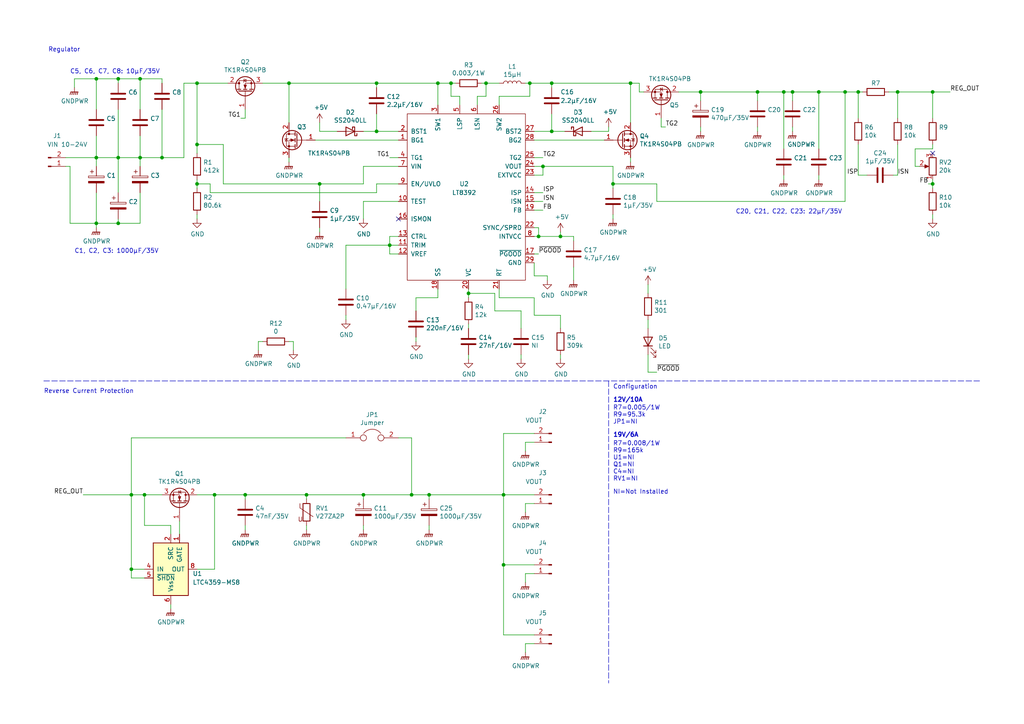
<source format=kicad_sch>
(kicad_sch (version 20211123) (generator eeschema)
  (paper "A4")
  (lib_symbols
    (symbol "Connector:Conn_01x02_Male" (pin_names (offset 1.016) hide)
      (property "Reference" "J" (at 0 2.54 0))
      (property "Value" "Conn_01x02_Male" (at 0 -5.08 0))
      (symbol "Conn_01x02_Male_1_1"
        (polyline (pts (xy 1.27 -2.54) (xy 0.8636 -2.54)) (stroke (width 0.1524)))
        (polyline (pts (xy 1.27 0) (xy 0.8636 0)) (stroke (width 0.1524)))
        (rectangle (start 0.8636 -2.413) (end 0 -2.667) (stroke (width 0.1524)) (fill (type outline)))
        (rectangle (start 0.8636 0.127) (end 0 -0.127) (stroke (width 0.1524)) (fill (type outline)))
        (pin passive line (at 5.08 0 180) (length 3.81) (name "Pin_1") (number "1"))
        (pin passive line (at 5.08 -2.54 180) (length 3.81) (name "Pin_2") (number "2"))
      )
    )
    (symbol "Device:C" (pin_numbers hide) (pin_names (offset 0.254))
      (property "Reference" "C" (at 0.635 2.54 0))
      (property "Value" "C" (at 0.635 -2.54 0))
      (symbol "C_0_1"
        (polyline (pts (xy -2.032 -0.762) (xy 2.032 -0.762)) (stroke (width 0.508)))
        (polyline (pts (xy -2.032 0.762) (xy 2.032 0.762)) (stroke (width 0.508)))
      )
      (symbol "C_1_1"
        (pin passive line (at 0 3.81 270) (length 2.794) (name "~") (number "1"))
        (pin passive line (at 0 -3.81 90) (length 2.794) (name "~") (number "2"))
      )
    )
    (symbol "Device:CP" (pin_numbers hide) (pin_names (offset 0.254))
      (property "Reference" "C" (at 0.635 2.54 0))
      (property "Value" "Device_CP" (at 0.635 -2.54 0))
      (symbol "CP_0_1"
        (rectangle (start -2.286 0.508) (end 2.286 1.016))
        (polyline (pts (xy -1.778 2.286) (xy -0.762 2.286)))
        (polyline (pts (xy -1.27 2.794) (xy -1.27 1.778)))
        (rectangle (start 2.286 -0.508) (end -2.286 -1.016) (fill (type outline)))
      )
      (symbol "CP_1_1"
        (pin passive line (at 0 3.81 270) (length 2.794) (name "~") (number "1"))
        (pin passive line (at 0 -3.81 90) (length 2.794) (name "~") (number "2"))
      )
    )
    (symbol "Device:D_Schottky" (pin_numbers hide) (pin_names (offset 1.016) hide)
      (property "Reference" "D" (at 0 2.54 0))
      (property "Value" "D_Schottky" (at 0 -2.54 0))
      (symbol "D_Schottky_0_1"
        (polyline (pts (xy 1.27 0) (xy -1.27 0)))
        (polyline (pts (xy 1.27 1.27) (xy 1.27 -1.27) (xy -1.27 0) (xy 1.27 1.27)) (stroke (width 0.254)))
        (polyline (pts (xy -1.905 0.635) (xy -1.905 1.27) (xy -1.27 1.27) (xy -1.27 -1.27) (xy -0.635 -1.27) (xy -0.635 -0.635)) (stroke (width 0.254)))
      )
      (symbol "D_Schottky_1_1"
        (pin passive line (at -3.81 0 0) (length 2.54) (name "K") (number "1"))
        (pin passive line (at 3.81 0 180) (length 2.54) (name "A") (number "2"))
      )
    )
    (symbol "Device:Jumper" (pin_names (offset 0.762) hide)
      (property "Reference" "JP" (at 0 3.81 0))
      (property "Value" "Device_Jumper" (at 0 -2.032 0))
      (symbol "Jumper_0_1"
        (circle (center -2.54 0) (radius 0.889))
        (arc (start 2.5146 1.27) (mid 0.0078 2.5097) (end -2.4892 1.27))
        (circle (center 2.54 0) (radius 0.889))
        (pin passive line (at -7.62 0 0) (length 4.191) (name "1") (number "1"))
        (pin passive line (at 7.62 0 180) (length 4.191) (name "2") (number "2"))
      )
    )
    (symbol "Device:L" (pin_numbers hide) (pin_names (offset 1.016) hide)
      (property "Reference" "L" (at -1.27 0 90))
      (property "Value" "L" (at 1.905 0 90))
      (symbol "L_0_1"
        (arc (start 0 -2.54) (mid 0.635 -1.905) (end 0 -1.27))
        (arc (start 0 -1.27) (mid 0.635 -0.635) (end 0 0))
        (arc (start 0 0) (mid 0.635 0.635) (end 0 1.27))
        (arc (start 0 1.27) (mid 0.635 1.905) (end 0 2.54))
      )
      (symbol "L_1_1"
        (pin passive line (at 0 3.81 270) (length 1.27) (name "1") (number "1"))
        (pin passive line (at 0 -3.81 90) (length 1.27) (name "2") (number "2"))
      )
    )
    (symbol "Device:LED" (pin_numbers hide) (pin_names (offset 1.016) hide)
      (property "Reference" "D" (at 0 2.54 0))
      (property "Value" "LED" (at 0 -2.54 0))
      (symbol "LED_0_1"
        (polyline (pts (xy -1.27 -1.27) (xy -1.27 1.27)) (stroke (width 0.254)))
        (polyline (pts (xy -1.27 0) (xy 1.27 0)))
        (polyline (pts (xy 1.27 -1.27) (xy 1.27 1.27) (xy -1.27 0) (xy 1.27 -1.27)) (stroke (width 0.254)))
        (polyline (pts (xy -3.048 -0.762) (xy -4.572 -2.286) (xy -3.81 -2.286) (xy -4.572 -2.286) (xy -4.572 -1.524)))
        (polyline (pts (xy -1.778 -0.762) (xy -3.302 -2.286) (xy -2.54 -2.286) (xy -3.302 -2.286) (xy -3.302 -1.524)))
      )
      (symbol "LED_1_1"
        (pin passive line (at -3.81 0 0) (length 2.54) (name "K") (number "1"))
        (pin passive line (at 3.81 0 180) (length 2.54) (name "A") (number "2"))
      )
    )
    (symbol "Device:Q_NMOS_GDS" (pin_names (offset 0) hide)
      (property "Reference" "Q" (at 5.08 1.27 0))
      (property "Value" "Q_NMOS_GDS" (at 5.08 -1.27 0))
      (symbol "Q_NMOS_GDS_0_1"
        (polyline (pts (xy 0.254 0) (xy -2.54 0)))
        (polyline (pts (xy 0.254 1.905) (xy 0.254 -1.905)) (stroke (width 0.254)))
        (polyline (pts (xy 0.762 -1.27) (xy 0.762 -2.286)) (stroke (width 0.254)))
        (polyline (pts (xy 0.762 0.508) (xy 0.762 -0.508)) (stroke (width 0.254)))
        (polyline (pts (xy 0.762 2.286) (xy 0.762 1.27)) (stroke (width 0.254)))
        (polyline (pts (xy 2.54 2.54) (xy 2.54 1.778)))
        (polyline (pts (xy 2.54 -2.54) (xy 2.54 0) (xy 0.762 0)))
        (polyline (pts (xy 0.762 -1.778) (xy 3.302 -1.778) (xy 3.302 1.778) (xy 0.762 1.778)))
        (polyline (pts (xy 1.016 0) (xy 2.032 0.381) (xy 2.032 -0.381) (xy 1.016 0)) (fill (type outline)))
        (polyline (pts (xy 2.794 0.508) (xy 2.921 0.381) (xy 3.683 0.381) (xy 3.81 0.254)))
        (polyline (pts (xy 3.302 0.381) (xy 2.921 -0.254) (xy 3.683 -0.254) (xy 3.302 0.381)))
        (circle (center 1.651 0) (radius 2.794) (stroke (width 0.254)))
        (circle (center 2.54 -1.778) (radius 0.254) (fill (type outline)))
        (circle (center 2.54 1.778) (radius 0.254) (fill (type outline)))
      )
      (symbol "Q_NMOS_GDS_1_1"
        (pin input line (at -5.08 0 0) (length 2.54) (name "G") (number "1"))
        (pin passive line (at 2.54 5.08 270) (length 2.54) (name "D") (number "2"))
        (pin passive line (at 2.54 -5.08 90) (length 2.54) (name "S") (number "3"))
      )
    )
    (symbol "Device:R" (pin_numbers hide) (pin_names (offset 0))
      (property "Reference" "R" (at 2.032 0 90))
      (property "Value" "R" (at 0 0 90))
      (symbol "R_0_1"
        (rectangle (start -1.016 -2.54) (end 1.016 2.54) (stroke (width 0.254)))
      )
      (symbol "R_1_1"
        (pin passive line (at 0 3.81 270) (length 1.27) (name "~") (number "1"))
        (pin passive line (at 0 -3.81 90) (length 1.27) (name "~") (number "2"))
      )
    )
    (symbol "Device:R_POT" (pin_names (offset 1.016) hide)
      (property "Reference" "RV" (at -4.445 0 90))
      (property "Value" "Device_R_POT" (at -2.54 0 90))
      (symbol "R_POT_0_1"
        (polyline (pts (xy 2.54 0) (xy 1.524 0)))
        (polyline (pts (xy 1.143 0) (xy 2.286 0.508) (xy 2.286 -0.508) (xy 1.143 0)) (fill (type outline)))
        (rectangle (start 1.016 2.54) (end -1.016 -2.54) (stroke (width 0.254)))
      )
      (symbol "R_POT_1_1"
        (pin passive line (at 0 3.81 270) (length 1.27) (name "1") (number "1"))
        (pin passive line (at 3.81 0 180) (length 1.27) (name "2") (number "2"))
        (pin passive line (at 0 -3.81 90) (length 1.27) (name "3") (number "3"))
      )
    )
    (symbol "Device:Varistor" (pin_numbers hide) (pin_names (offset 0))
      (property "Reference" "RV" (at 3.175 0 90))
      (property "Value" "Varistor" (at -3.175 0 90))
      (symbol "Varistor_0_0"
        (text "U" (at -1.778 -2.032 0) (effects (font (size 1.27 1.27))))
      )
      (symbol "Varistor_0_1"
        (rectangle (start -1.016 -2.54) (end 1.016 2.54) (stroke (width 0.254)))
        (polyline (pts (xy -1.905 2.54) (xy -1.905 1.27) (xy 1.905 -1.27)))
      )
      (symbol "Varistor_1_1"
        (pin passive line (at 0 3.81 270) (length 1.27) (name "~") (number "1"))
        (pin passive line (at 0 -3.81 90) (length 1.27) (name "~") (number "2"))
      )
    )
    (symbol "Power_Management:LTC4359-MS8" (pin_names (offset 1.016))
      (property "Reference" "U" (at -5.08 8.89 0))
      (property "Value" "LTC4359-MS8" (at 6.35 -6.35 0))
      (symbol "LTC4359-MS8_0_1"
        (rectangle (start -5.08 7.62) (end 5.08 -7.62) (stroke (width 0.254)) (fill (type background)))
      )
      (symbol "LTC4359-MS8_1_1"
        (pin output line (at 2.54 10.16 270) (length 2.54) (name "GATE") (number "1"))
        (pin input line (at 0 10.16 270) (length 2.54) (name "SRC") (number "2"))
        (pin no_connect line (at -2.54 -10.16 90) (length 2.54) hide (name "NC") (number "3"))
        (pin power_in line (at -7.62 0 0) (length 2.54) (name "IN") (number "4"))
        (pin input line (at -7.62 -2.54 0) (length 2.54) (name "~{SHDN}") (number "5"))
        (pin power_in line (at 0 -10.16 90) (length 2.54) (name "Vss") (number "6"))
        (pin no_connect line (at 2.54 -10.16 90) (length 2.54) hide (name "NC") (number "7"))
        (pin input line (at 7.62 0 180) (length 2.54) (name "OUT") (number "8"))
      )
    )
    (symbol "power:+5V" (power) (pin_names (offset 0))
      (property "Value" "+5V" (at 0 3.556 0))
      (symbol "+5V_0_1"
        (polyline (pts (xy -0.762 1.27) (xy 0 2.54)))
        (polyline (pts (xy 0 0) (xy 0 2.54)))
        (polyline (pts (xy 0 2.54) (xy 0.762 1.27)))
      )
      (symbol "+5V_1_1"
        (pin power_in line (at 0 0 90) (length 0) hide (name "+5V") (number "1"))
      )
    )
    (symbol "power:GND" (power) (pin_names (offset 0))
      (property "Value" "GND" (at 0 -3.81 0))
      (symbol "GND_0_1"
        (polyline (pts (xy 0 0) (xy 0 -1.27) (xy 1.27 -1.27) (xy 0 -2.54) (xy -1.27 -1.27) (xy 0 -1.27)))
      )
      (symbol "GND_1_1"
        (pin power_in line (at 0 0 270) (length 0) hide (name "GND") (number "1"))
      )
    )
    (symbol "power:GNDPWR" (power) (pin_names (offset 0))
      (property "Value" "GNDPWR" (at 0 -3.302 0))
      (symbol "GNDPWR_0_1"
        (polyline (pts (xy 0 -1.27) (xy 0 0)))
        (polyline (pts (xy -1.016 -1.27) (xy -1.27 -2.032) (xy -1.27 -2.032)) (stroke (width 0.2032)))
        (polyline (pts (xy -0.508 -1.27) (xy -0.762 -2.032) (xy -0.762 -2.032)) (stroke (width 0.2032)))
        (polyline (pts (xy 0 -1.27) (xy -0.254 -2.032) (xy -0.254 -2.032)) (stroke (width 0.2032)))
        (polyline (pts (xy 0.508 -1.27) (xy 0.254 -2.032) (xy 0.254 -2.032)) (stroke (width 0.2032)))
        (polyline (pts (xy 1.016 -1.27) (xy -1.016 -1.27) (xy -1.016 -1.27)) (stroke (width 0.2032)))
        (polyline (pts (xy 1.016 -1.27) (xy 0.762 -2.032) (xy 0.762 -2.032) (xy 0.762 -2.032)) (stroke (width 0.2032)))
      )
      (symbol "GNDPWR_1_1"
        (pin power_in line (at 0 0 270) (length 0) hide (name "GNDPWR") (number "1"))
      )
    )
    (symbol "t-top:LT8392" (pin_names (offset 1.016))
      (property "Reference" "U" (at 0 -7.62 0))
      (property "Value" "LT8392" (at 0 -10.16 0))
      (symbol "LT8392_0_1"
        (rectangle (start -17.78 0) (end 16.51 -48.26))
      )
      (symbol "LT8392_1_1"
        (pin output line (at -20.32 -7.62 0) (length 2.54) (name "BG1") (number "1"))
        (pin input line (at -20.32 -25.4 0) (length 2.54) (name "TEST") (number "10"))
        (pin input line (at -20.32 -38.1 0) (length 2.54) (name "TRIM") (number "11"))
        (pin output line (at -20.32 -40.64 0) (length 2.54) (name "VREF") (number "12"))
        (pin input line (at -20.32 -35.56 0) (length 2.54) (name "CTRL") (number "13"))
        (pin input line (at 19.05 -22.86 180) (length 2.54) (name "ISP") (number "14"))
        (pin input line (at 19.05 -25.4 180) (length 2.54) (name "ISN") (number "15"))
        (pin output line (at -20.32 -30.48 0) (length 2.54) (name "ISMON") (number "16"))
        (pin output line (at 19.05 -40.64 180) (length 2.54) (name "~{PGOOD}") (number "17"))
        (pin passive line (at -8.89 -50.8 90) (length 2.54) (name "SS") (number "18"))
        (pin input line (at 19.05 -27.94 180) (length 2.54) (name "FB") (number "19"))
        (pin passive line (at -20.32 -5.08 0) (length 2.54) (name "BST1") (number "2"))
        (pin output line (at 0 -50.8 90) (length 2.54) (name "VC") (number "20"))
        (pin passive line (at 8.89 -50.8 90) (length 2.54) (name "RT") (number "21"))
        (pin passive line (at 19.05 -33.02 180) (length 2.54) (name "SYNC/SPRD") (number "22"))
        (pin power_in line (at 19.05 -17.78 180) (length 2.54) (name "EXTVCC") (number "23"))
        (pin passive line (at 19.05 -15.24 180) (length 2.54) (name "VOUT") (number "24"))
        (pin output line (at 19.05 -12.7 180) (length 2.54) (name "TG2") (number "25"))
        (pin passive line (at 8.89 2.54 270) (length 2.54) (name "SW2") (number "26"))
        (pin passive line (at 19.05 -5.08 180) (length 2.54) (name "BST2") (number "27"))
        (pin output line (at 19.05 -7.62 180) (length 2.54) (name "BG2") (number "28"))
        (pin power_in line (at 19.05 -43.18 180) (length 2.54) (name "GND") (number "29"))
        (pin passive line (at -8.89 2.54 270) (length 2.54) (name "SW1") (number "3"))
        (pin output line (at -20.32 -12.7 0) (length 2.54) (name "TG1") (number "4"))
        (pin input line (at -2.54 2.54 270) (length 2.54) (name "LSP") (number "5"))
        (pin input line (at 2.54 2.54 270) (length 2.54) (name "LSN") (number "6"))
        (pin power_in line (at -20.32 -15.24 0) (length 2.54) (name "VIN") (number "7"))
        (pin power_out line (at 19.05 -35.56 180) (length 2.54) (name "INTVCC") (number "8"))
        (pin input line (at -20.32 -20.32 0) (length 2.54) (name "EN/UVLO") (number "9"))
      )
    )
  )
  (junction (at 182.88 24.13))
  (junction (at 157.48 48.26))
  (junction (at 229.87 26.67))
  (junction (at 245.11 26.67))
  (junction (at 146.05 143.51))
  (junction (at 270.51 53.34))
  (junction (at 27.94 64.77))
  (junction (at 83.82 24.13))
  (junction (at 160.02 38.1))
  (junction (at 270.51 26.67))
  (junction (at 135.89 85.09))
  (junction (at 57.15 24.13))
  (junction (at 177.8 53.34))
  (junction (at 248.92 26.67))
  (junction (at 71.12 143.51))
  (junction (at 57.15 41.91))
  (junction (at 88.9 143.51))
  (junction (at 34.29 64.77))
  (junction (at 237.49 26.67))
  (junction (at 92.71 53.34))
  (junction (at 227.33 26.67))
  (junction (at 162.56 68.58))
  (junction (at 119.38 143.51))
  (junction (at 40.64 22.86))
  (junction (at 41.91 143.51))
  (junction (at 46.99 45.72))
  (junction (at 113.03 71.12))
  (junction (at 203.2 26.67))
  (junction (at 130.81 24.13))
  (junction (at 153.67 24.13))
  (junction (at 140.97 24.13))
  (junction (at 109.22 24.13))
  (junction (at 34.29 45.72))
  (junction (at 38.1 165.1))
  (junction (at 127 24.13))
  (junction (at 34.29 22.86))
  (junction (at 62.23 143.51))
  (junction (at 156.21 68.58))
  (junction (at 105.41 143.51))
  (junction (at 27.94 22.86))
  (junction (at 27.94 45.72))
  (junction (at 109.22 38.1))
  (junction (at 38.1 143.51))
  (junction (at 124.46 143.51))
  (junction (at 260.35 26.67))
  (junction (at 146.05 163.83))
  (junction (at 160.02 24.13))
  (junction (at 219.71 26.67))
  (junction (at 57.15 53.34))
  (junction (at 40.64 45.72))
  (no_connect (at 270.51 44.45))
  (no_connect (at 115.57 63.5))
  (wire (pts (xy 187.96 92.71) (xy 187.96 95.25)))
  (wire (pts (xy 260.35 26.67) (xy 270.51 26.67)))
  (wire (pts (xy 132.08 24.13) (xy 130.81 24.13)))
  (wire (pts (xy 157.48 50.8) (xy 157.48 48.26)))
  (wire (pts (xy 34.29 22.86) (xy 27.94 22.86)))
  (wire (pts (xy 135.89 102.87) (xy 135.89 104.14)))
  (wire (pts (xy 109.22 53.34) (xy 115.57 53.34)))
  (wire (pts (xy 38.1 165.1) (xy 38.1 143.51)))
  (wire (pts (xy 34.29 45.72) (xy 34.29 55.88)))
  (wire (pts (xy 176.53 36.83) (xy 176.53 38.1)))
  (wire (pts (xy 154.94 166.37) (xy 152.4 166.37)))
  (wire (pts (xy 27.94 48.26) (xy 27.94 45.72)))
  (wire (pts (xy 115.57 38.1) (xy 109.22 38.1)))
  (wire (pts (xy 182.88 35.56) (xy 182.88 24.13)))
  (wire (pts (xy 100.33 71.12) (xy 113.03 71.12)))
  (wire (pts (xy 270.51 43.18) (xy 270.51 41.91)))
  (wire (pts (xy 177.8 48.26) (xy 177.8 53.34)))
  (wire (pts (xy 151.13 102.87) (xy 151.13 104.14)))
  (wire (pts (xy 120.65 86.36) (xy 120.65 90.17)))
  (wire (pts (xy 52.07 154.94) (xy 52.07 151.13)))
  (wire (pts (xy 166.37 68.58) (xy 162.56 68.58)))
  (wire (pts (xy 191.77 36.83) (xy 193.04 36.83)))
  (wire (pts (xy 130.81 24.13) (xy 130.81 27.94)))
  (wire (pts (xy 19.05 45.72) (xy 27.94 45.72)))
  (wire (pts (xy 135.89 93.98) (xy 135.89 95.25)))
  (wire (pts (xy 124.46 144.78) (xy 124.46 143.51)))
  (wire (pts (xy 46.99 45.72) (xy 53.34 45.72)))
  (wire (pts (xy 34.29 31.75) (xy 34.29 45.72)))
  (wire (pts (xy 160.02 38.1) (xy 163.83 38.1)))
  (wire (pts (xy 143.51 90.17) (xy 151.13 90.17)))
  (wire (pts (xy 146.05 184.15) (xy 146.05 163.83)))
  (wire (pts (xy 120.65 86.36) (xy 127 86.36)))
  (wire (pts (xy 229.87 36.83) (xy 229.87 38.1)))
  (wire (pts (xy 57.15 41.91) (xy 64.77 41.91)))
  (wire (pts (xy 191.77 34.29) (xy 191.77 36.83)))
  (wire (pts (xy 40.64 45.72) (xy 46.99 45.72)))
  (wire (pts (xy 154.94 146.05) (xy 152.4 146.05)))
  (wire (pts (xy 153.67 24.13) (xy 152.4 24.13)))
  (wire (pts (xy 49.53 176.53) (xy 49.53 175.26)))
  (wire (pts (xy 105.41 143.51) (xy 119.38 143.51)))
  (wire (pts (xy 64.77 53.34) (xy 92.71 53.34)))
  (wire (pts (xy 245.11 26.67) (xy 248.92 26.67)))
  (wire (pts (xy 248.92 34.29) (xy 248.92 26.67)))
  (wire (pts (xy 140.97 24.13) (xy 139.7 24.13)))
  (wire (pts (xy 154.94 128.27) (xy 152.4 128.27)))
  (wire (pts (xy 177.8 53.34) (xy 190.5 53.34)))
  (wire (pts (xy 260.35 41.91) (xy 260.35 50.8)))
  (wire (pts (xy 127 83.82) (xy 127 86.36)))
  (wire (pts (xy 154.94 50.8) (xy 157.48 50.8)))
  (wire (pts (xy 113.03 71.12) (xy 113.03 73.66)))
  (wire (pts (xy 57.15 53.34) (xy 57.15 54.61)))
  (wire (pts (xy 60.96 53.34) (xy 60.96 55.88)))
  (wire (pts (xy 219.71 26.67) (xy 227.33 26.67)))
  (wire (pts (xy 190.5 107.95) (xy 187.96 107.95)))
  (wire (pts (xy 60.96 55.88) (xy 109.22 55.88)))
  (wire (pts (xy 38.1 165.1) (xy 41.91 165.1)))
  (wire (pts (xy 85.09 99.06) (xy 83.82 99.06)))
  (wire (pts (xy 85.09 101.6) (xy 85.09 99.06)))
  (wire (pts (xy 160.02 24.13) (xy 160.02 25.4)))
  (wire (pts (xy 40.64 64.77) (xy 40.64 55.88)))
  (wire (pts (xy 88.9 143.51) (xy 105.41 143.51)))
  (wire (pts (xy 156.21 68.58) (xy 154.94 68.58)))
  (wire (pts (xy 113.03 68.58) (xy 113.03 71.12)))
  (wire (pts (xy 270.51 52.07) (xy 270.51 53.34)))
  (wire (pts (xy 20.32 64.77) (xy 27.94 64.77)))
  (wire (pts (xy 270.51 62.23) (xy 270.51 63.5)))
  (wire (pts (xy 71.12 144.78) (xy 71.12 143.51)))
  (wire (pts (xy 40.64 45.72) (xy 40.64 48.26)))
  (wire (pts (xy 144.78 30.48) (xy 144.78 27.94)))
  (wire (pts (xy 38.1 143.51) (xy 24.13 143.51)))
  (wire (pts (xy 20.32 48.26) (xy 20.32 64.77)))
  (wire (pts (xy 162.56 91.44) (xy 162.56 95.25)))
  (wire (pts (xy 160.02 33.02) (xy 160.02 38.1)))
  (wire (pts (xy 27.94 22.86) (xy 21.59 22.86)))
  (wire (pts (xy 109.22 55.88) (xy 109.22 53.34)))
  (wire (pts (xy 154.94 86.36) (xy 154.94 91.44)))
  (polyline (pts (xy 12.7 110.49) (xy 284.48 110.49)))
  (wire (pts (xy 40.64 22.86) (xy 34.29 22.86)))
  (wire (pts (xy 38.1 127) (xy 100.33 127)))
  (wire (pts (xy 270.51 34.29) (xy 270.51 26.67)))
  (wire (pts (xy 138.43 30.48) (xy 138.43 27.94)))
  (wire (pts (xy 270.51 26.67) (xy 275.59 26.67)))
  (wire (pts (xy 41.91 152.4) (xy 41.91 143.51)))
  (wire (pts (xy 115.57 71.12) (xy 113.03 71.12)))
  (wire (pts (xy 265.43 43.18) (xy 270.51 43.18)))
  (wire (pts (xy 92.71 58.42) (xy 92.71 53.34)))
  (wire (pts (xy 92.71 35.56) (xy 92.71 38.1)))
  (wire (pts (xy 105.41 53.34) (xy 105.41 48.26)))
  (wire (pts (xy 144.78 24.13) (xy 140.97 24.13)))
  (wire (pts (xy 229.87 29.21) (xy 229.87 26.67)))
  (wire (pts (xy 71.12 34.29) (xy 69.85 34.29)))
  (wire (pts (xy 53.34 45.72) (xy 53.34 24.13)))
  (wire (pts (xy 245.11 58.42) (xy 245.11 26.67)))
  (wire (pts (xy 257.81 26.67) (xy 260.35 26.67)))
  (wire (pts (xy 185.42 24.13) (xy 185.42 26.67)))
  (wire (pts (xy 57.15 165.1) (xy 62.23 165.1)))
  (wire (pts (xy 144.78 86.36) (xy 154.94 86.36)))
  (wire (pts (xy 153.67 24.13) (xy 160.02 24.13)))
  (wire (pts (xy 100.33 71.12) (xy 100.33 83.82)))
  (wire (pts (xy 109.22 24.13) (xy 83.82 24.13)))
  (wire (pts (xy 227.33 26.67) (xy 227.33 43.18)))
  (wire (pts (xy 115.57 68.58) (xy 113.03 68.58)))
  (wire (pts (xy 109.22 24.13) (xy 127 24.13)))
  (wire (pts (xy 27.94 66.04) (xy 27.94 64.77)))
  (wire (pts (xy 91.44 40.64) (xy 115.57 40.64)))
  (wire (pts (xy 74.93 99.06) (xy 74.93 101.6)))
  (wire (pts (xy 237.49 26.67) (xy 245.11 26.67)))
  (wire (pts (xy 38.1 167.64) (xy 38.1 165.1)))
  (wire (pts (xy 41.91 143.51) (xy 46.99 143.51)))
  (wire (pts (xy 237.49 26.67) (xy 237.49 43.18)))
  (wire (pts (xy 27.94 64.77) (xy 34.29 64.77)))
  (wire (pts (xy 185.42 24.13) (xy 182.88 24.13)))
  (wire (pts (xy 27.94 55.88) (xy 27.94 64.77)))
  (wire (pts (xy 175.26 40.64) (xy 154.94 40.64)))
  (wire (pts (xy 53.34 24.13) (xy 57.15 24.13)))
  (wire (pts (xy 227.33 26.67) (xy 229.87 26.67)))
  (wire (pts (xy 143.51 85.09) (xy 143.51 90.17)))
  (wire (pts (xy 187.96 85.09) (xy 187.96 82.55)))
  (wire (pts (xy 270.51 53.34) (xy 269.24 53.34)))
  (wire (pts (xy 57.15 63.5) (xy 57.15 62.23)))
  (wire (pts (xy 229.87 26.67) (xy 237.49 26.67)))
  (wire (pts (xy 124.46 143.51) (xy 146.05 143.51)))
  (wire (pts (xy 146.05 163.83) (xy 146.05 143.51)))
  (wire (pts (xy 49.53 152.4) (xy 41.91 152.4)))
  (wire (pts (xy 160.02 38.1) (xy 154.94 38.1)))
  (wire (pts (xy 34.29 64.77) (xy 40.64 64.77)))
  (wire (pts (xy 40.64 39.37) (xy 40.64 45.72)))
  (wire (pts (xy 57.15 24.13) (xy 66.04 24.13)))
  (wire (pts (xy 154.94 76.2) (xy 154.94 80.01)))
  (wire (pts (xy 20.32 48.26) (xy 19.05 48.26)))
  (wire (pts (xy 88.9 153.67) (xy 88.9 152.4)))
  (wire (pts (xy 250.19 26.67) (xy 248.92 26.67)))
  (wire (pts (xy 185.42 26.67) (xy 186.69 26.67)))
  (wire (pts (xy 109.22 25.4) (xy 109.22 24.13)))
  (wire (pts (xy 196.85 26.67) (xy 203.2 26.67)))
  (wire (pts (xy 113.03 73.66) (xy 115.57 73.66)))
  (wire (pts (xy 34.29 22.86) (xy 34.29 24.13)))
  (wire (pts (xy 162.56 67.31) (xy 162.56 68.58)))
  (wire (pts (xy 76.2 99.06) (xy 74.93 99.06)))
  (wire (pts (xy 46.99 45.72) (xy 46.99 31.75)))
  (wire (pts (xy 100.33 91.44) (xy 100.33 92.71)))
  (wire (pts (xy 92.71 38.1) (xy 97.79 38.1)))
  (wire (pts (xy 146.05 163.83) (xy 154.94 163.83)))
  (wire (pts (xy 135.89 85.09) (xy 135.89 86.36)))
  (wire (pts (xy 127 24.13) (xy 130.81 24.13)))
  (wire (pts (xy 260.35 50.8) (xy 259.08 50.8)))
  (wire (pts (xy 71.12 153.67) (xy 71.12 152.4)))
  (wire (pts (xy 266.7 48.26) (xy 265.43 48.26)))
  (wire (pts (xy 190.5 58.42) (xy 245.11 58.42)))
  (wire (pts (xy 34.29 45.72) (xy 40.64 45.72)))
  (wire (pts (xy 105.41 63.5) (xy 105.41 58.42)))
  (wire (pts (xy 176.53 38.1) (xy 171.45 38.1)))
  (wire (pts (xy 154.94 91.44) (xy 162.56 91.44)))
  (wire (pts (xy 182.88 24.13) (xy 160.02 24.13)))
  (wire (pts (xy 144.78 83.82) (xy 144.78 86.36)))
  (wire (pts (xy 92.71 53.34) (xy 105.41 53.34)))
  (wire (pts (xy 144.78 27.94) (xy 153.67 27.94)))
  (wire (pts (xy 154.94 58.42) (xy 157.48 58.42)))
  (wire (pts (xy 71.12 31.75) (xy 71.12 34.29)))
  (wire (pts (xy 156.21 73.66) (xy 154.94 73.66)))
  (wire (pts (xy 203.2 38.1) (xy 203.2 36.83)))
  (wire (pts (xy 177.8 48.26) (xy 157.48 48.26)))
  (wire (pts (xy 41.91 167.64) (xy 38.1 167.64)))
  (wire (pts (xy 57.15 41.91) (xy 57.15 24.13)))
  (wire (pts (xy 177.8 63.5) (xy 177.8 62.23)))
  (wire (pts (xy 127 30.48) (xy 127 24.13)))
  (wire (pts (xy 105.41 58.42) (xy 115.57 58.42)))
  (wire (pts (xy 46.99 22.86) (xy 46.99 24.13)))
  (wire (pts (xy 203.2 29.21) (xy 203.2 26.67)))
  (wire (pts (xy 49.53 154.94) (xy 49.53 152.4)))
  (wire (pts (xy 248.92 41.91) (xy 248.92 50.8)))
  (wire (pts (xy 21.59 22.86) (xy 21.59 25.4)))
  (wire (pts (xy 27.94 45.72) (xy 34.29 45.72)))
  (wire (pts (xy 265.43 48.26) (xy 265.43 43.18)))
  (wire (pts (xy 152.4 166.37) (xy 152.4 168.91)))
  (wire (pts (xy 151.13 95.25) (xy 151.13 90.17)))
  (wire (pts (xy 146.05 125.73) (xy 154.94 125.73)))
  (wire (pts (xy 166.37 77.47) (xy 166.37 81.28)))
  (polyline (pts (xy 176.53 110.49) (xy 176.53 198.12)))
  (wire (pts (xy 158.75 80.01) (xy 158.75 81.28)))
  (wire (pts (xy 119.38 143.51) (xy 124.46 143.51)))
  (wire (pts (xy 156.21 66.04) (xy 156.21 68.58)))
  (wire (pts (xy 120.65 99.06) (xy 120.65 97.79)))
  (wire (pts (xy 182.88 46.99) (xy 182.88 45.72)))
  (wire (pts (xy 40.64 31.75) (xy 40.64 22.86)))
  (wire (pts (xy 138.43 27.94) (xy 140.97 27.94)))
  (wire (pts (xy 154.94 55.88) (xy 157.48 55.88)))
  (wire (pts (xy 154.94 66.04) (xy 156.21 66.04)))
  (wire (pts (xy 83.82 24.13) (xy 83.82 35.56)))
  (wire (pts (xy 38.1 127) (xy 38.1 143.51)))
  (wire (pts (xy 124.46 153.67) (xy 124.46 152.4)))
  (wire (pts (xy 135.89 85.09) (xy 143.51 85.09)))
  (wire (pts (xy 62.23 143.51) (xy 71.12 143.51)))
  (wire (pts (xy 154.94 186.69) (xy 152.4 186.69)))
  (wire (pts (xy 135.89 83.82) (xy 135.89 85.09)))
  (wire (pts (xy 34.29 64.77) (xy 34.29 63.5)))
  (wire (pts (xy 162.56 104.14) (xy 162.56 102.87)))
  (wire (pts (xy 62.23 165.1) (xy 62.23 143.51)))
  (wire (pts (xy 219.71 36.83) (xy 219.71 38.1)))
  (wire (pts (xy 154.94 45.72) (xy 157.48 45.72)))
  (wire (pts (xy 88.9 144.78) (xy 88.9 143.51)))
  (wire (pts (xy 157.48 48.26) (xy 154.94 48.26)))
  (wire (pts (xy 105.41 48.26) (xy 115.57 48.26)))
  (wire (pts (xy 203.2 26.67) (xy 219.71 26.67)))
  (wire (pts (xy 177.8 53.34) (xy 177.8 54.61)))
  (wire (pts (xy 237.49 50.8) (xy 237.49 52.07)))
  (wire (pts (xy 115.57 45.72) (xy 113.03 45.72)))
  (wire (pts (xy 154.94 60.96) (xy 157.48 60.96)))
  (wire (pts (xy 38.1 143.51) (xy 41.91 143.51)))
  (wire (pts (xy 153.67 27.94) (xy 153.67 24.13)))
  (wire (pts (xy 57.15 53.34) (xy 60.96 53.34)))
  (wire (pts (xy 187.96 102.87) (xy 187.96 107.95)))
  (wire (pts (xy 146.05 125.73) (xy 146.05 143.51)))
  (wire (pts (xy 130.81 27.94) (xy 133.35 27.94)))
  (wire (pts (xy 140.97 27.94) (xy 140.97 24.13)))
  (wire (pts (xy 27.94 31.75) (xy 27.94 22.86)))
  (wire (pts (xy 146.05 184.15) (xy 154.94 184.15)))
  (wire (pts (xy 219.71 29.21) (xy 219.71 26.67)))
  (wire (pts (xy 154.94 80.01) (xy 158.75 80.01)))
  (wire (pts (xy 227.33 50.8) (xy 227.33 52.07)))
  (wire (pts (xy 248.92 50.8) (xy 251.46 50.8)))
  (wire (pts (xy 83.82 24.13) (xy 76.2 24.13)))
  (wire (pts (xy 92.71 67.31) (xy 92.71 66.04)))
  (wire (pts (xy 133.35 27.94) (xy 133.35 30.48)))
  (wire (pts (xy 105.41 143.51) (xy 105.41 144.78)))
  (wire (pts (xy 146.05 143.51) (xy 154.94 143.51)))
  (wire (pts (xy 105.41 38.1) (xy 109.22 38.1)))
  (wire (pts (xy 119.38 127) (xy 119.38 143.51)))
  (wire (pts (xy 57.15 143.51) (xy 62.23 143.51)))
  (wire (pts (xy 109.22 38.1) (xy 109.22 33.02)))
  (wire (pts (xy 270.51 53.34) (xy 270.51 54.61)))
  (wire (pts (xy 27.94 39.37) (xy 27.94 45.72)))
  (wire (pts (xy 40.64 22.86) (xy 46.99 22.86)))
  (wire (pts (xy 190.5 53.34) (xy 190.5 58.42)))
  (wire (pts (xy 57.15 52.07) (xy 57.15 53.34)))
  (wire (pts (xy 152.4 128.27) (xy 152.4 130.81)))
  (wire (pts (xy 57.15 44.45) (xy 57.15 41.91)))
  (wire (pts (xy 156.21 68.58) (xy 162.56 68.58)))
  (wire (pts (xy 166.37 69.85) (xy 166.37 68.58)))
  (wire (pts (xy 83.82 46.99) (xy 83.82 45.72)))
  (wire (pts (xy 115.57 127) (xy 119.38 127)))
  (wire (pts (xy 64.77 41.91) (xy 64.77 53.34)))
  (wire (pts (xy 71.12 143.51) (xy 88.9 143.51)))
  (wire (pts (xy 152.4 186.69) (xy 152.4 189.23)))
  (wire (pts (xy 260.35 26.67) (xy 260.35 34.29)))
  (wire (pts (xy 152.4 146.05) (xy 152.4 148.59)))
  (wire (pts (xy 105.41 152.4) (xy 105.41 153.67)))
  (text "NI=Not Installed" (at 177.8 143.51 0) (effects (font (size 1.27 1.27)) (justify left bottom)))
  (text "12V/10A" (at 177.8 116.84 0) (effects (font (size 1.27 1.27) (thickness 0.254) bold) (justify left bottom)))
  (text "Configuration" (at 177.8 113.03 0) (effects (font (size 1.27 1.27)) (justify left bottom)))
  (text "Regulator" (at 13.97 15.24 0) (effects (font (size 1.27 1.27)) (justify left bottom)))
  (text "C5, C6, C7, C8: 10µF/35V" (at 20.32 21.59 0) (effects (font (size 1.27 1.27)) (justify left bottom)))
  (text "R7=0.005/1W\nR9=95.3k\nJP1=NI" (at 177.8 123.19 0) (effects (font (size 1.27 1.27)) (justify left bottom)))
  (text "Reverse Current Protection" (at 12.7 114.3 0) (effects (font (size 1.27 1.27)) (justify left bottom)))
  (text "C20, C21, C22, C23: 22µF/35V" (at 213.36 62.23 0) (effects (font (size 1.27 1.27)) (justify left bottom)))
  (text "R7=0.008/1W\nR9=165k\nU1=NI\nQ1=NI\nC4=NI\nRV1=NI" (at 177.8 139.7 0) (effects (font (size 1.27 1.27)) (justify left bottom)))
  (text "19V/6A" (at 177.8 127 0) (effects (font (size 1.27 1.27) (thickness 0.254) bold) (justify left bottom)))
  (text "C1, C2, C3: 1000µF/35V" (at 21.59 73.66 0) (effects (font (size 1.27 1.27)) (justify left bottom)))
  (label "~{PGOOD}" (at 156.21 73.66 0))
  (label "REG_OUT" (at 275.59 26.67 0))
  (label "ISP" (at 157.48 55.88 0))
  (label "TG2" (at 193.04 36.83 0))
  (label "TG2" (at 157.48 45.72 0))
  (label "FB" (at 269.24 53.34 180))
  (label "TG1" (at 69.85 34.29 180))
  (label "TG1" (at 113.03 45.72 180))
  (label "~{PGOOD}" (at 190.5 107.95 0))
  (label "FB" (at 157.48 60.96 0))
  (label "ISN" (at 157.48 58.42 0))
  (label "REG_OUT" (at 24.13 143.51 180))
  (label "ISP" (at 248.92 50.8 180))
  (label "ISN" (at 260.35 50.8 0))
  (symbol (lib_id "t-top:LT8392") (at 135.89 33.02 0) (unit 1)
    (property "Reference" "U2" (at 134.62 53.34 0))
    (property "Value" "LT8392" (at 134.62 55.88 0))
    (property "Footprint" "Package_SO:TSSOP-28-1EP_4.4x9.7mm_P0.65mm" (effects hide))
  )
  (symbol (lib_id "Connector:Conn_01x02_Male") (at 13.97 48.26 0) (mirror x) (unit 1)
    (property "Reference" "J1" (at 17.78 39.37 0) (effects (justify right)))
    (property "Value" "VIN 10-24V" (at 25.4 41.91 0) (effects (justify right)))
    (property "Footprint" "t-top:OSTTA020161" (effects hide))
  )
  (symbol (lib_id "Device:C") (at 166.37 73.66 0) (unit 1)
    (property "Reference" "C17" (at 169.291 72.4916 0) (effects (justify left)))
    (property "Value" "4.7µF/16V" (at 169.291 74.803 0) (effects (justify left)))
    (property "Footprint" "Capacitor_SMD:C_0805_2012Metric" (effects hide))
  )
  (symbol (lib_id "Device:C") (at 120.65 93.98 0) (unit 1)
    (property "Reference" "C13" (at 123.571 92.8116 0) (effects (justify left)))
    (property "Value" "220nF/16V" (at 123.571 95.123 0) (effects (justify left)))
    (property "Footprint" "Capacitor_SMD:C_0805_2012Metric" (effects hide))
  )
  (symbol (lib_id "power:GND") (at 120.65 99.06 0) (unit 1)
    (property "Reference" "#PWR014" (effects hide))
    (property "Value" "GND" (at 120.777 103.4542 0))
  )
  (symbol (lib_id "power:+5V") (at 162.56 67.31 0) (unit 1)
    (property "Reference" "#PWR023" (effects hide))
    (property "Value" "+5V" (at 162.941 62.9158 0))
  )
  (symbol (lib_id "Device:R") (at 187.96 88.9 0) (unit 1)
    (property "Reference" "R11" (at 189.738 87.7316 0) (effects (justify left)))
    (property "Value" "301" (at 189.738 90.043 0) (effects (justify left)))
    (property "Footprint" "Resistor_SMD:R_0805_2012Metric" (effects hide))
  )
  (symbol (lib_id "Device:LED") (at 187.96 99.06 90) (unit 1)
    (property "Reference" "D5" (at 190.9572 98.0694 90) (effects (justify right)))
    (property "Value" "LED" (at 190.9572 100.3808 90) (effects (justify right)))
    (property "Footprint" "Diode_SMD:D_0805_2012Metric" (effects hide))
  )
  (symbol (lib_id "power:+5V") (at 187.96 82.55 0) (unit 1)
    (property "Reference" "#PWR033" (effects hide))
    (property "Value" "+5V" (at 188.341 78.1558 0))
  )
  (symbol (lib_id "Device:R") (at 162.56 99.06 0) (unit 1)
    (property "Reference" "R5" (at 164.338 97.8916 0) (effects (justify left)))
    (property "Value" "309k" (at 164.338 100.203 0) (effects (justify left)))
    (property "Footprint" "Resistor_SMD:R_0805_2012Metric" (effects hide))
  )
  (symbol (lib_id "power:GND") (at 162.56 104.14 0) (unit 1)
    (property "Reference" "#PWR022" (effects hide))
    (property "Value" "GND" (at 162.687 108.5342 0))
  )
  (symbol (lib_id "Device:L") (at 148.59 24.13 90) (unit 1)
    (property "Reference" "L1" (at 148.59 19.304 90))
    (property "Value" "15µH" (at 148.59 21.6154 90))
    (property "Footprint" "t-top:PQ2617BHA-150K" (effects hide))
  )
  (symbol (lib_id "Device:R") (at 135.89 24.13 90) (unit 1)
    (property "Reference" "R3" (at 135.89 18.8722 90))
    (property "Value" "0.003/1W" (at 135.89 21.1836 90))
    (property "Footprint" "Resistor_SMD:R_1206_3216Metric" (effects hide))
  )
  (symbol (lib_id "Device:C") (at 160.02 29.21 0) (unit 1)
    (property "Reference" "C16" (at 162.56 26.67 0) (effects (justify left)))
    (property "Value" "2.2µF/16V" (at 162.56 29.21 0) (effects (justify left)))
    (property "Footprint" "Capacitor_SMD:C_0805_2012Metric" (effects hide))
  )
  (symbol (lib_id "Device:C") (at 109.22 29.21 0) (unit 1)
    (property "Reference" "C12" (at 112.141 28.0416 0) (effects (justify left)))
    (property "Value" "2.2µF/16V" (at 112.141 30.353 0) (effects (justify left)))
    (property "Footprint" "Capacitor_SMD:C_0805_2012Metric" (effects hide))
  )
  (symbol (lib_id "Device:D_Schottky") (at 167.64 38.1 0) (unit 1)
    (property "Reference" "D3" (at 167.64 32.5882 0))
    (property "Value" "SS2040LL" (at 167.64 34.8996 0))
    (property "Footprint" "Diode_SMD:D_SOD-123F" (effects hide))
  )
  (symbol (lib_id "Device:D_Schottky") (at 101.6 38.1 180) (unit 1)
    (property "Reference" "D2" (at 101.6 32.5882 0))
    (property "Value" "SS2040LL" (at 101.6 34.8996 0))
    (property "Footprint" "Diode_SMD:D_SOD-123F" (effects hide))
  )
  (symbol (lib_id "power:+5V") (at 176.53 36.83 0) (unit 1)
    (property "Reference" "#PWR024" (effects hide))
    (property "Value" "+5V" (at 176.911 32.4358 0))
  )
  (symbol (lib_id "power:+5V") (at 92.71 35.56 0) (unit 1)
    (property "Reference" "#PWR010" (effects hide))
    (property "Value" "+5V" (at 93.091 31.1658 0))
  )
  (symbol (lib_id "Device:Q_NMOS_GDS") (at 71.12 26.67 90) (unit 1)
    (property "Reference" "Q2" (at 71.12 17.9832 90))
    (property "Value" "TK1R4S04PB" (at 71.12 20.2946 90))
    (property "Footprint" "Package_TO_SOT_SMD:TO-252-2" (effects hide))
  )
  (symbol (lib_id "Device:Q_NMOS_GDS") (at 86.36 40.64 0) (mirror y) (unit 1)
    (property "Reference" "Q3" (at 88.9 36.83 0) (effects (justify left)))
    (property "Value" "TK1R4S04PB" (at 101.6 44.45 0) (effects (justify left)))
    (property "Footprint" "Package_TO_SOT_SMD:TO-252-2" (effects hide))
  )
  (symbol (lib_id "Device:Q_NMOS_GDS") (at 191.77 29.21 270) (mirror x) (unit 1)
    (property "Reference" "Q5" (at 195.58 30.48 90))
    (property "Value" "TK1R4S04PB" (at 194.31 22.86 90))
    (property "Footprint" "Package_TO_SOT_SMD:TO-252-2" (effects hide))
  )
  (symbol (lib_id "Device:Q_NMOS_GDS") (at 180.34 40.64 0) (unit 1)
    (property "Reference" "Q4" (at 185.5216 39.4716 0) (effects (justify left)))
    (property "Value" "TK1R4S04PB" (at 185.5216 41.783 0) (effects (justify left)))
    (property "Footprint" "Package_TO_SOT_SMD:TO-252-2" (effects hide))
  )
  (symbol (lib_id "power:GND") (at 100.33 92.71 0) (unit 1)
    (property "Reference" "#PWR011" (effects hide))
    (property "Value" "GND" (at 100.457 97.1042 0))
  )
  (symbol (lib_id "Device:C") (at 100.33 87.63 0) (unit 1)
    (property "Reference" "C10" (at 103.251 86.4616 0) (effects (justify left)))
    (property "Value" "0.47µF/16V" (at 103.251 88.773 0) (effects (justify left)))
    (property "Footprint" "Capacitor_SMD:C_0805_2012Metric" (effects hide))
  )
  (symbol (lib_id "Device:C") (at 177.8 58.42 0) (unit 1)
    (property "Reference" "C18" (at 180.721 57.2516 0) (effects (justify left)))
    (property "Value" "1µF/35V" (at 180.721 59.563 0) (effects (justify left)))
    (property "Footprint" "Capacitor_SMD:C_0805_2012Metric" (effects hide))
  )
  (symbol (lib_id "Device:R") (at 57.15 48.26 0) (unit 1)
    (property "Reference" "R1" (at 58.928 47.0916 0) (effects (justify left)))
    (property "Value" "412k" (at 58.928 49.403 0) (effects (justify left)))
    (property "Footprint" "Resistor_SMD:R_0805_2012Metric" (effects hide))
  )
  (symbol (lib_id "Device:R") (at 57.15 58.42 0) (unit 1)
    (property "Reference" "R2" (at 58.928 57.2516 0) (effects (justify left)))
    (property "Value" "80.6k" (at 58.928 59.563 0) (effects (justify left)))
    (property "Footprint" "Resistor_SMD:R_0805_2012Metric" (effects hide))
  )
  (symbol (lib_id "power:GND") (at 57.15 63.5 0) (unit 1)
    (property "Reference" "#PWR05" (effects hide))
    (property "Value" "GND" (at 57.277 67.8942 0))
  )
  (symbol (lib_id "Device:CP") (at 27.94 52.07 0) (unit 1)
    (property "Reference" "C1" (at 30.9372 50.9016 0) (effects (justify left)))
    (property "Value" "1000µF/35V" (effects hide))
    (property "Footprint" "Capacitor_THT:CP_Radial_D12.5mm_P5.00mm" (effects hide))
  )
  (symbol (lib_id "Device:C") (at 27.94 35.56 0) (unit 1)
    (property "Reference" "C5" (at 30.861 34.3916 0) (effects (justify left)))
    (property "Value" "10µF/35V" (effects hide))
    (property "Footprint" "Capacitor_SMD:C_1206_3216Metric" (effects hide))
  )
  (symbol (lib_id "Device:C") (at 92.71 62.23 0) (unit 1)
    (property "Reference" "C9" (at 95.631 61.0616 0) (effects (justify left)))
    (property "Value" "1µF/35V" (at 95.631 63.373 0) (effects (justify left)))
    (property "Footprint" "Capacitor_SMD:C_0805_2012Metric" (effects hide))
  )
  (symbol (lib_id "Device:C") (at 255.27 50.8 270) (unit 1)
    (property "Reference" "C24" (at 255.27 44.3992 90))
    (property "Value" "1µF/35V" (at 255.27 46.7106 90))
    (property "Footprint" "Capacitor_SMD:C_0805_2012Metric" (effects hide))
  )
  (symbol (lib_id "Device:R") (at 248.92 38.1 180) (unit 1)
    (property "Reference" "R6" (at 250.698 36.9316 0) (effects (justify right)))
    (property "Value" "10k" (at 250.698 39.243 0) (effects (justify right)))
    (property "Footprint" "Resistor_SMD:R_0805_2012Metric" (effects hide))
  )
  (symbol (lib_id "Device:R") (at 260.35 38.1 180) (unit 1)
    (property "Reference" "R8" (at 262.128 36.9316 0) (effects (justify right)))
    (property "Value" "10k" (at 262.128 39.243 0) (effects (justify right)))
    (property "Footprint" "Resistor_SMD:R_0805_2012Metric" (effects hide))
  )
  (symbol (lib_id "Device:R") (at 254 26.67 270) (unit 1)
    (property "Reference" "R7" (at 254 24.13 90))
    (property "Value" "RIS" (effects hide))
    (property "Footprint" "Resistor_SMD:R_1206_3216Metric" (effects hide))
  )
  (symbol (lib_id "Device:CP") (at 203.2 33.02 0) (unit 1)
    (property "Reference" "C19" (at 206.1972 31.8516 0) (effects (justify left)))
    (property "Value" "470µF/35V" (at 206.1972 34.163 0) (effects (justify left)))
    (property "Footprint" "Capacitor_THT:CP_Radial_D12.5mm_P5.00mm" (effects hide))
  )
  (symbol (lib_id "Device:C") (at 219.71 33.02 0) (unit 1)
    (property "Reference" "C20" (at 222.631 31.8516 0) (effects (justify left)))
    (property "Value" "22µF/35V" (effects hide))
    (property "Footprint" "Capacitor_SMD:C_1206_3216Metric" (effects hide))
  )
  (symbol (lib_id "power:GNDPWR") (at 27.94 66.04 0) (unit 1)
    (property "Reference" "#PWR03" (effects hide))
    (property "Value" "GNDPWR" (at 28.0416 69.9516 0))
  )
  (symbol (lib_id "power:GNDPWR") (at 21.59 25.4 0) (unit 1)
    (property "Reference" "#PWR02" (effects hide))
    (property "Value" "GNDPWR" (at 21.6916 29.3116 0))
  )
  (symbol (lib_id "power:GNDPWR") (at 92.71 67.31 0) (unit 1)
    (property "Reference" "#PWR025" (effects hide))
    (property "Value" "GNDPWR" (at 92.8116 71.2216 0))
  )
  (symbol (lib_id "Device:R") (at 270.51 38.1 180) (unit 1)
    (property "Reference" "R9" (at 272.288 36.9316 0) (effects (justify right)))
    (property "Value" "FB3" (effects hide))
    (property "Footprint" "Resistor_SMD:R_0805_2012Metric" (effects hide))
  )
  (symbol (lib_id "Device:R") (at 270.51 58.42 180) (unit 1)
    (property "Reference" "R10" (at 272.288 57.2516 0) (effects (justify right)))
    (property "Value" "10k" (at 272.288 59.563 0) (effects (justify right)))
    (property "Footprint" "Resistor_SMD:R_0805_2012Metric" (effects hide))
  )
  (symbol (lib_id "power:GND") (at 270.51 63.5 0) (unit 1)
    (property "Reference" "#PWR032" (effects hide))
    (property "Value" "GND" (at 270.637 67.8942 0))
  )
  (symbol (lib_id "power:GNDPWR") (at 203.2 38.1 0) (unit 1)
    (property "Reference" "#PWR029" (effects hide))
    (property "Value" "GNDPWR" (at 203.3016 42.0116 0))
  )
  (symbol (lib_id "Device:R_POT") (at 270.51 48.26 180) (unit 1)
    (property "Reference" "RV2" (at 272.288 47.0916 0) (effects (justify right)))
    (property "Value" "20k" (at 272.288 49.403 0) (effects (justify right)))
    (property "Footprint" "Potentiometer_THT:Potentiometer_Bourns_3296W_Vertical" (effects hide))
  )
  (symbol (lib_id "power:GNDPWR") (at 219.71 38.1 0) (unit 1)
    (property "Reference" "#PWR030" (effects hide))
    (property "Value" "GNDPWR" (at 219.8116 42.0116 0))
  )
  (symbol (lib_id "power:GNDPWR") (at 229.87 38.1 0) (unit 1)
    (property "Reference" "#PWR034" (effects hide))
    (property "Value" "GNDPWR" (at 232.41 41.91 0))
  )
  (symbol (lib_id "power:GNDPWR") (at 227.33 52.07 0) (unit 1)
    (property "Reference" "#PWR031" (effects hide))
    (property "Value" "GNDPWR" (at 227.4316 55.9816 0))
  )
  (symbol (lib_id "power:GNDPWR") (at 237.49 52.07 0) (unit 1)
    (property "Reference" "#PWR035" (effects hide))
    (property "Value" "GNDPWR" (at 237.5916 55.9816 0))
  )
  (symbol (lib_id "power:GNDPWR") (at 177.8 63.5 0) (unit 1)
    (property "Reference" "#PWR027" (effects hide))
    (property "Value" "GNDPWR" (at 177.9016 67.4116 0))
  )
  (symbol (lib_id "power:GNDPWR") (at 166.37 81.28 0) (unit 1)
    (property "Reference" "#PWR026" (effects hide))
    (property "Value" "GNDPWR" (at 166.4716 85.1916 0))
  )
  (symbol (lib_id "power:GNDPWR") (at 83.82 46.99 0) (unit 1)
    (property "Reference" "#PWR09" (effects hide))
    (property "Value" "GNDPWR" (at 83.9216 50.9016 0))
  )
  (symbol (lib_id "power:GNDPWR") (at 182.88 46.99 0) (unit 1)
    (property "Reference" "#PWR028" (effects hide))
    (property "Value" "GNDPWR" (at 182.9816 50.9016 0))
  )
  (symbol (lib_id "power:GNDPWR") (at 74.93 101.6 0) (unit 1)
    (property "Reference" "#PWR07" (effects hide))
    (property "Value" "GNDPWR" (at 75.0316 105.5116 0))
  )
  (symbol (lib_id "power:GND") (at 85.09 101.6 0) (unit 1)
    (property "Reference" "#PWR021" (effects hide))
    (property "Value" "GND" (at 85.217 105.9942 0))
  )
  (symbol (lib_id "Device:R") (at 80.01 99.06 270) (unit 1)
    (property "Reference" "R12" (at 80.01 93.8022 90))
    (property "Value" "0" (at 80.01 96.1136 90))
    (property "Footprint" "Resistor_SMD:R_1206_3216Metric" (effects hide))
  )
  (symbol (lib_id "Connector:Conn_01x02_Male") (at 160.02 146.05 180) (unit 1)
    (property "Reference" "J3" (at 156.21 137.16 0) (effects (justify right)))
    (property "Value" "VOUT" (at 152.4 139.7 0) (effects (justify right)))
    (property "Footprint" "t-top:OSTTA020161" (effects hide))
  )
  (symbol (lib_id "Device:CP") (at 34.29 59.69 0) (unit 1)
    (property "Reference" "C2" (at 37.2872 58.5216 0) (effects (justify left)))
    (property "Value" "1000µF/35V" (effects hide))
    (property "Footprint" "Capacitor_THT:CP_Radial_D12.5mm_P5.00mm" (effects hide))
  )
  (symbol (lib_id "Device:CP") (at 40.64 52.07 0) (unit 1)
    (property "Reference" "C3" (at 43.6372 50.9016 0) (effects (justify left)))
    (property "Value" "1000µF/35V" (effects hide))
    (property "Footprint" "Capacitor_THT:CP_Radial_D12.5mm_P5.00mm" (effects hide))
  )
  (symbol (lib_id "Device:R") (at 135.89 90.17 0) (unit 1)
    (property "Reference" "R4" (at 137.668 89.0016 0) (effects (justify left)))
    (property "Value" "12k" (at 137.668 91.313 0) (effects (justify left)))
    (property "Footprint" "Resistor_SMD:R_0805_2012Metric" (effects hide))
  )
  (symbol (lib_id "Device:C") (at 135.89 99.06 0) (unit 1)
    (property "Reference" "C14" (at 138.811 97.8916 0) (effects (justify left)))
    (property "Value" "27nF/16V" (at 138.811 100.203 0) (effects (justify left)))
    (property "Footprint" "Capacitor_SMD:C_0805_2012Metric" (effects hide))
  )
  (symbol (lib_id "power:GND") (at 135.89 104.14 0) (unit 1)
    (property "Reference" "#PWR019" (effects hide))
    (property "Value" "GND" (at 136.017 108.5342 0))
  )
  (symbol (lib_id "power:GNDPWR") (at 71.12 153.67 0) (unit 1)
    (property "Reference" "#PWR0101" (effects hide))
    (property "Value" "GNDPWR" (at 71.2216 157.5816 0))
  )
  (symbol (lib_id "power:GNDPWR") (at 49.53 176.53 0) (unit 1)
    (property "Reference" "#PWR0102" (effects hide))
    (property "Value" "GNDPWR" (at 49.6316 180.4416 0))
  )
  (symbol (lib_id "power:GNDPWR") (at 152.4 189.23 0) (unit 1)
    (property "Reference" "#PWR0103" (effects hide))
    (property "Value" "GNDPWR" (at 152.5016 193.1416 0))
  )
  (symbol (lib_id "power:GNDPWR") (at 152.4 168.91 0) (unit 1)
    (property "Reference" "#PWR0104" (effects hide))
    (property "Value" "GNDPWR" (at 152.5016 172.8216 0))
  )
  (symbol (lib_id "power:GNDPWR") (at 152.4 148.59 0) (unit 1)
    (property "Reference" "#PWR0105" (effects hide))
    (property "Value" "GNDPWR" (at 152.5016 152.5016 0))
  )
  (symbol (lib_id "power:GNDPWR") (at 152.4 130.81 0) (unit 1)
    (property "Reference" "#PWR0106" (effects hide))
    (property "Value" "GNDPWR" (at 152.5016 134.7216 0))
  )
  (symbol (lib_id "power:GNDPWR") (at 105.41 153.67 0) (unit 1)
    (property "Reference" "#PWR0107" (effects hide))
    (property "Value" "GNDPWR" (at 105.5116 157.5816 0))
  )
  (symbol (lib_id "power:GNDPWR") (at 88.9 153.67 0) (unit 1)
    (property "Reference" "#PWR0108" (effects hide))
    (property "Value" "GNDPWR" (at 89.0016 157.5816 0))
  )
  (symbol (lib_id "Device:C") (at 34.29 27.94 0) (unit 1)
    (property "Reference" "C6" (at 37.211 26.7716 0) (effects (justify left)))
    (property "Value" "10µF/35V" (effects hide))
    (property "Footprint" "Capacitor_SMD:C_1206_3216Metric" (effects hide))
  )
  (symbol (lib_id "Device:C") (at 40.64 35.56 0) (unit 1)
    (property "Reference" "C7" (at 43.561 34.3916 0) (effects (justify left)))
    (property "Value" "10µF/35V" (effects hide))
    (property "Footprint" "Capacitor_SMD:C_1206_3216Metric" (effects hide))
  )
  (symbol (lib_id "Device:Jumper") (at 107.95 127 0) (unit 1)
    (property "Reference" "JP1" (at 107.95 120.2944 0))
    (property "Value" "Jumper" (at 107.95 122.6058 0))
    (property "Footprint" "Resistor_SMD:R_1206_3216Metric" (effects hide))
  )
  (symbol (lib_id "Device:CP") (at 105.41 148.59 0) (unit 1)
    (property "Reference" "C11" (at 108.4072 147.4216 0) (effects (justify left)))
    (property "Value" "1000µF/35V" (at 108.4072 149.733 0) (effects (justify left)))
    (property "Footprint" "Capacitor_THT:CP_Radial_D12.5mm_P5.00mm" (effects hide))
  )
  (symbol (lib_id "Device:CP") (at 124.46 148.59 0) (unit 1)
    (property "Reference" "C25" (at 127.4572 147.4216 0) (effects (justify left)))
    (property "Value" "1000µF/35V" (at 127.4572 149.733 0) (effects (justify left)))
    (property "Footprint" "Capacitor_THT:CP_Radial_D12.5mm_P5.00mm" (effects hide))
  )
  (symbol (lib_id "Device:C") (at 46.99 27.94 0) (unit 1)
    (property "Reference" "C8" (at 49.911 26.7716 0) (effects (justify left)))
    (property "Value" "10µF/35V" (effects hide))
    (property "Footprint" "Capacitor_SMD:C_1206_3216Metric" (effects hide))
  )
  (symbol (lib_id "Connector:Conn_01x02_Male") (at 160.02 166.37 180) (unit 1)
    (property "Reference" "J4" (at 156.21 157.48 0) (effects (justify right)))
    (property "Value" "VOUT" (at 152.4 160.02 0) (effects (justify right)))
    (property "Footprint" "t-top:OSTTA020161" (effects hide))
  )
  (symbol (lib_id "Connector:Conn_01x02_Male") (at 160.02 186.69 180) (unit 1)
    (property "Reference" "J5" (at 156.21 177.8 0) (effects (justify right)))
    (property "Value" "VOUT" (at 152.4 180.34 0) (effects (justify right)))
    (property "Footprint" "t-top:OSTTA020161" (effects hide))
  )
  (symbol (lib_id "power:GNDPWR") (at 124.46 153.67 0) (unit 1)
    (property "Reference" "#PWR01" (effects hide))
    (property "Value" "GNDPWR" (at 124.5616 157.5816 0))
  )
  (symbol (lib_id "Device:Varistor") (at 88.9 148.59 0) (unit 1)
    (property "Reference" "RV1" (at 91.5162 147.4216 0) (effects (justify left)))
    (property "Value" "V27ZA2P" (at 91.5162 149.733 0) (effects (justify left)))
    (property "Footprint" "Varistor:RV_Disc_D12mm_W4.2mm_P7.5mm" (effects hide))
  )
  (symbol (lib_id "Power_Management:LTC4359-MS8") (at 49.53 165.1 0) (unit 1)
    (property "Reference" "U1" (at 55.88 166.37 0) (effects (justify left)))
    (property "Value" "LTC4359-MS8" (at 55.88 168.91 0) (effects (justify left)))
    (property "Footprint" "Package_SO:MSOP-8_3x3mm_P0.65mm" (effects hide))
    (property "Datasheet" "https://www.analog.com/media/en/technical-documentation/data-sheets/ltc4359.pdf" (effects hide))
  )
  (symbol (lib_id "Device:Q_NMOS_GDS") (at 52.07 146.05 270) (mirror x) (unit 1)
    (property "Reference" "Q1" (at 52.07 137.3632 90))
    (property "Value" "TK1R4S04PB" (at 52.07 139.6746 90))
    (property "Footprint" "Package_TO_SOT_SMD:TO-252-2" (effects hide))
  )
  (symbol (lib_id "power:GND") (at 158.75 81.28 0) (unit 1)
    (property "Reference" "#PWR0110" (effects hide))
    (property "Value" "GND" (at 158.877 85.6742 0))
  )
  (symbol (lib_id "Device:C") (at 71.12 148.59 0) (unit 1)
    (property "Reference" "C4" (at 74.041 147.4216 0) (effects (justify left)))
    (property "Value" "47nF/35V" (at 74.041 149.733 0) (effects (justify left)))
    (property "Footprint" "Capacitor_SMD:C_0805_2012Metric" (effects hide))
  )
  (symbol (lib_id "Device:C") (at 227.33 46.99 0) (unit 1)
    (property "Reference" "C21" (at 230.251 45.8216 0) (effects (justify left)))
    (property "Value" "22µF/35V" (effects hide))
    (property "Footprint" "Capacitor_SMD:C_1206_3216Metric" (effects hide))
  )
  (symbol (lib_id "Device:C") (at 229.87 33.02 0) (unit 1)
    (property "Reference" "C22" (at 232.791 31.8516 0) (effects (justify left)))
    (property "Value" "22µF/35V" (effects hide))
    (property "Footprint" "Capacitor_SMD:C_1206_3216Metric" (effects hide))
  )
  (symbol (lib_id "Device:C") (at 237.49 46.99 0) (unit 1)
    (property "Reference" "C23" (at 240.411 45.8216 0) (effects (justify left)))
    (property "Value" "22µF/35V" (effects hide))
    (property "Footprint" "Capacitor_SMD:C_1206_3216Metric" (effects hide))
  )
  (symbol (lib_id "power:GND") (at 105.41 63.5 0) (unit 1)
    (property "Reference" "#PWR0109" (effects hide))
    (property "Value" "GND" (at 105.537 67.8942 0))
  )
  (symbol (lib_id "Connector:Conn_01x02_Male") (at 160.02 128.27 180) (unit 1)
    (property "Reference" "J2" (at 156.21 119.38 0) (effects (justify right)))
    (property "Value" "VOUT" (at 152.4 121.92 0) (effects (justify right)))
    (property "Footprint" "t-top:OSTTA020161" (effects hide))
  )
  (symbol (lib_id "Device:C") (at 151.13 99.06 0) (unit 1)
    (property "Reference" "C15" (at 154.051 97.8916 0) (effects (justify left)))
    (property "Value" "NI" (at 154.051 100.203 0) (effects (justify left)))
    (property "Footprint" "Capacitor_SMD:C_0805_2012Metric" (effects hide))
  )
  (symbol (lib_id "power:GND") (at 151.13 104.14 0) (unit 1)
    (property "Reference" "#PWR020" (effects hide))
    (property "Value" "GND" (at 151.257 108.5342 0))
  )
)
</source>
